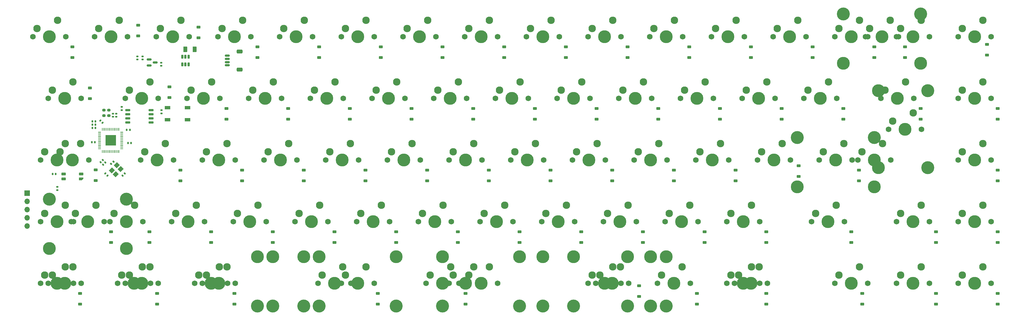
<source format=gbr>
%TF.GenerationSoftware,KiCad,Pcbnew,7.0.2-0*%
%TF.CreationDate,2023-06-24T13:11:33+03:00*%
%TF.ProjectId,rp2040-bakeneko65,72703230-3430-42d6-9261-6b656e656b6f,1*%
%TF.SameCoordinates,Original*%
%TF.FileFunction,Soldermask,Bot*%
%TF.FilePolarity,Negative*%
%FSLAX46Y46*%
G04 Gerber Fmt 4.6, Leading zero omitted, Abs format (unit mm)*
G04 Created by KiCad (PCBNEW 7.0.2-0) date 2023-06-24 13:11:33*
%MOMM*%
%LPD*%
G01*
G04 APERTURE LIST*
G04 Aperture macros list*
%AMRoundRect*
0 Rectangle with rounded corners*
0 $1 Rounding radius*
0 $2 $3 $4 $5 $6 $7 $8 $9 X,Y pos of 4 corners*
0 Add a 4 corners polygon primitive as box body*
4,1,4,$2,$3,$4,$5,$6,$7,$8,$9,$2,$3,0*
0 Add four circle primitives for the rounded corners*
1,1,$1+$1,$2,$3*
1,1,$1+$1,$4,$5*
1,1,$1+$1,$6,$7*
1,1,$1+$1,$8,$9*
0 Add four rect primitives between the rounded corners*
20,1,$1+$1,$2,$3,$4,$5,0*
20,1,$1+$1,$4,$5,$6,$7,0*
20,1,$1+$1,$6,$7,$8,$9,0*
20,1,$1+$1,$8,$9,$2,$3,0*%
%AMRotRect*
0 Rectangle, with rotation*
0 The origin of the aperture is its center*
0 $1 length*
0 $2 width*
0 $3 Rotation angle, in degrees counterclockwise*
0 Add horizontal line*
21,1,$1,$2,0,0,$3*%
%AMFreePoly0*
4,1,18,-0.410000,0.593000,-0.403758,0.624380,-0.385983,0.650983,-0.359380,0.668758,-0.328000,0.675000,0.328000,0.675000,0.359380,0.668758,0.385983,0.650983,0.403758,0.624380,0.410000,0.593000,0.410000,-0.593000,0.403758,-0.624380,0.385983,-0.650983,0.359380,-0.668758,0.328000,-0.675000,0.000000,-0.675000,-0.410000,-0.265000,-0.410000,0.593000,-0.410000,0.593000,$1*%
G04 Aperture macros list end*
%ADD10C,1.750000*%
%ADD11C,3.987800*%
%ADD12C,2.300000*%
%ADD13C,4.000000*%
%ADD14R,1.700000X1.700000*%
%ADD15O,1.700000X1.700000*%
%ADD16RoundRect,0.140000X0.140000X0.170000X-0.140000X0.170000X-0.140000X-0.170000X0.140000X-0.170000X0*%
%ADD17RoundRect,0.225000X0.375000X-0.225000X0.375000X0.225000X-0.375000X0.225000X-0.375000X-0.225000X0*%
%ADD18RoundRect,0.140000X0.170000X-0.140000X0.170000X0.140000X-0.170000X0.140000X-0.170000X-0.140000X0*%
%ADD19RoundRect,0.140000X0.219203X0.021213X0.021213X0.219203X-0.219203X-0.021213X-0.021213X-0.219203X0*%
%ADD20RoundRect,0.200000X-0.275000X0.200000X-0.275000X-0.200000X0.275000X-0.200000X0.275000X0.200000X0*%
%ADD21RoundRect,0.082000X0.593000X-0.328000X0.593000X0.328000X-0.593000X0.328000X-0.593000X-0.328000X0*%
%ADD22FreePoly0,90.000000*%
%ADD23RoundRect,0.140000X-0.021213X0.219203X-0.219203X0.021213X0.021213X-0.219203X0.219203X-0.021213X0*%
%ADD24R,1.800000X1.100000*%
%ADD25RoundRect,0.140000X-0.140000X-0.170000X0.140000X-0.170000X0.140000X0.170000X-0.140000X0.170000X0*%
%ADD26RoundRect,0.050000X0.387500X0.050000X-0.387500X0.050000X-0.387500X-0.050000X0.387500X-0.050000X0*%
%ADD27RoundRect,0.050000X0.050000X0.387500X-0.050000X0.387500X-0.050000X-0.387500X0.050000X-0.387500X0*%
%ADD28R,3.200000X3.200000*%
%ADD29RotRect,1.400000X1.200000X45.000000*%
%ADD30RoundRect,0.135000X0.185000X-0.135000X0.185000X0.135000X-0.185000X0.135000X-0.185000X-0.135000X0*%
%ADD31RoundRect,0.140000X0.021213X-0.219203X0.219203X-0.021213X-0.021213X0.219203X-0.219203X0.021213X0*%
%ADD32RoundRect,0.150000X-0.587500X-0.150000X0.587500X-0.150000X0.587500X0.150000X-0.587500X0.150000X0*%
%ADD33RoundRect,0.150000X0.650000X0.150000X-0.650000X0.150000X-0.650000X-0.150000X0.650000X-0.150000X0*%
%ADD34RoundRect,0.140000X-0.170000X0.140000X-0.170000X-0.140000X0.170000X-0.140000X0.170000X0.140000X0*%
%ADD35RoundRect,0.150000X0.150000X-0.475000X0.150000X0.475000X-0.150000X0.475000X-0.150000X-0.475000X0*%
%ADD36RoundRect,0.150000X-0.625000X0.150000X-0.625000X-0.150000X0.625000X-0.150000X0.625000X0.150000X0*%
%ADD37RoundRect,0.250000X-0.650000X0.350000X-0.650000X-0.350000X0.650000X-0.350000X0.650000X0.350000X0*%
%ADD38RoundRect,0.135000X0.035355X-0.226274X0.226274X-0.035355X-0.035355X0.226274X-0.226274X0.035355X0*%
%ADD39RoundRect,0.250000X-0.375000X-0.625000X0.375000X-0.625000X0.375000X0.625000X-0.375000X0.625000X0*%
G04 APERTURE END LIST*
D10*
%TO.C,SW42*%
X211613750Y-130968750D03*
D11*
X216693750Y-130968750D03*
D10*
X221773750Y-130968750D03*
D12*
X212883750Y-128428750D03*
X219233750Y-125888750D03*
%TD*%
D10*
%TO.C,SW27*%
X244951250Y-111918750D03*
D11*
X250031250Y-111918750D03*
D10*
X255111250Y-111918750D03*
D12*
X246221250Y-109378750D03*
X252571250Y-106838750D03*
%TD*%
D10*
%TO.C,SW76*%
X197326250Y-169068750D03*
D11*
X202406250Y-169068750D03*
D10*
X207486250Y-169068750D03*
D12*
X198596250Y-166528750D03*
X204946250Y-163988750D03*
%TD*%
D10*
%TO.C,SW14*%
X311626250Y-92868750D03*
D11*
X316706250Y-92868750D03*
D10*
X321786250Y-92868750D03*
D12*
X312896250Y-90328750D03*
X319246250Y-87788750D03*
%TD*%
D10*
%TO.C,SW41*%
X192563750Y-130968750D03*
D11*
X197643750Y-130968750D03*
D10*
X202723750Y-130968750D03*
D12*
X193833750Y-128428750D03*
X200183750Y-125888750D03*
%TD*%
D10*
%TO.C,SW39*%
X154463750Y-130968750D03*
D11*
X159543750Y-130968750D03*
D10*
X164623750Y-130968750D03*
D12*
X155733750Y-128428750D03*
X162083750Y-125888750D03*
%TD*%
D10*
%TO.C,SW33*%
X349726250Y-111918750D03*
D11*
X354806250Y-111918750D03*
D10*
X359886250Y-111918750D03*
D12*
X350996250Y-109378750D03*
X357346250Y-106838750D03*
%TD*%
D10*
%TO.C,SW37*%
X116363750Y-130968750D03*
D11*
X121443750Y-130968750D03*
D10*
X126523750Y-130968750D03*
D12*
X117633750Y-128428750D03*
X123983750Y-125888750D03*
%TD*%
D10*
%TO.C,SW43*%
X230663750Y-130968750D03*
D11*
X235743750Y-130968750D03*
D10*
X240823750Y-130968750D03*
D12*
X231933750Y-128428750D03*
X238283750Y-125888750D03*
%TD*%
D10*
%TO.C,SW52*%
X87788750Y-150018750D03*
D11*
X92868750Y-150018750D03*
D10*
X97948750Y-150018750D03*
D12*
X89058750Y-147478750D03*
X95408750Y-144938750D03*
%TD*%
D10*
%TO.C,SW17*%
X330708000Y-92837000D03*
D11*
X335788000Y-92837000D03*
D10*
X340868000Y-92837000D03*
D12*
X331978000Y-90297000D03*
X338328000Y-87757000D03*
%TD*%
D10*
%TO.C,SW68*%
X90170000Y-169068750D03*
D11*
X95250000Y-169068750D03*
D10*
X100330000Y-169068750D03*
D12*
X91440000Y-166528750D03*
X97790000Y-163988750D03*
%TD*%
D10*
%TO.C,SW21*%
X130651250Y-111918750D03*
D11*
X135731250Y-111918750D03*
D10*
X140811250Y-111918750D03*
D12*
X131921250Y-109378750D03*
X138271250Y-106838750D03*
%TD*%
D10*
%TO.C,SW40*%
X173513750Y-130968750D03*
D11*
X178593750Y-130968750D03*
D10*
X183673750Y-130968750D03*
D12*
X174783750Y-128428750D03*
X181133750Y-125888750D03*
%TD*%
D13*
%TO.C,S73*%
X176212500Y-176053750D03*
D11*
X176212500Y-160813750D03*
D13*
X152400000Y-176053750D03*
D11*
X152400000Y-160813750D03*
%TD*%
D10*
%TO.C,SW75*%
X192563750Y-169068750D03*
D11*
X197643750Y-169068750D03*
D10*
X202723750Y-169068750D03*
D12*
X193833750Y-166528750D03*
X200183750Y-163988750D03*
%TD*%
D10*
%TO.C,SW45*%
X268763750Y-130968750D03*
D11*
X273843750Y-130968750D03*
D10*
X278923750Y-130968750D03*
D12*
X270033750Y-128428750D03*
X276383750Y-125888750D03*
%TD*%
D10*
%TO.C,SW7*%
X178276250Y-92868750D03*
D11*
X183356250Y-92868750D03*
D10*
X188436250Y-92868750D03*
D12*
X179546250Y-90328750D03*
X185896250Y-87788750D03*
%TD*%
D10*
%TO.C,SW77*%
X235426250Y-169068750D03*
D11*
X240506250Y-169068750D03*
D10*
X245586250Y-169068750D03*
D12*
X236696250Y-166528750D03*
X243046250Y-163988750D03*
%TD*%
D10*
%TO.C,SW53*%
X106838750Y-150018750D03*
D11*
X111918750Y-150018750D03*
D10*
X116998750Y-150018750D03*
D12*
X108108750Y-147478750D03*
X114458750Y-144938750D03*
%TD*%
D10*
%TO.C,SW56*%
X163988750Y-150018750D03*
D11*
X169068750Y-150018750D03*
D10*
X174148750Y-150018750D03*
D12*
X165258750Y-147478750D03*
X171608750Y-144938750D03*
%TD*%
D10*
%TO.C,SW4*%
X121126250Y-92868750D03*
D11*
X126206250Y-92868750D03*
D10*
X131286250Y-92868750D03*
D12*
X122396250Y-90328750D03*
X128746250Y-87788750D03*
%TD*%
D10*
%TO.C,SW1*%
X63976250Y-92868750D03*
D11*
X69056250Y-92868750D03*
D10*
X74136250Y-92868750D03*
D12*
X65246250Y-90328750D03*
X71596250Y-87788750D03*
%TD*%
D10*
%TO.C,SW80*%
X278288750Y-169068750D03*
D11*
X283368750Y-169068750D03*
D10*
X288448750Y-169068750D03*
D12*
X279558750Y-166528750D03*
X285908750Y-163988750D03*
%TD*%
D10*
%TO.C,SW34*%
X66357500Y-130968750D03*
D11*
X71437500Y-130968750D03*
D10*
X76517500Y-130968750D03*
D12*
X67627500Y-128428750D03*
X73977500Y-125888750D03*
%TD*%
D10*
%TO.C,SW59*%
X221138750Y-150018750D03*
D11*
X226218750Y-150018750D03*
D10*
X231298750Y-150018750D03*
D12*
X222408750Y-147478750D03*
X228758750Y-144938750D03*
%TD*%
D10*
%TO.C,SW9*%
X216376250Y-92868750D03*
D11*
X221456250Y-92868750D03*
D10*
X226536250Y-92868750D03*
D12*
X217646250Y-90328750D03*
X223996250Y-87788750D03*
%TD*%
D14*
%TO.C,J2*%
X62230000Y-141224000D03*
D15*
X62230000Y-143764000D03*
X62230000Y-146304000D03*
X62230000Y-148844000D03*
X62230000Y-151384000D03*
%TD*%
D10*
%TO.C,SW6*%
X159226250Y-92868750D03*
D11*
X164306250Y-92868750D03*
D10*
X169386250Y-92868750D03*
D12*
X160496250Y-90328750D03*
X166846250Y-87788750D03*
%TD*%
D10*
%TO.C,SW81*%
X280670000Y-169068750D03*
D11*
X285750000Y-169068750D03*
D10*
X290830000Y-169068750D03*
D12*
X281940000Y-166528750D03*
X288290000Y-163988750D03*
%TD*%
D13*
%TO.C,S77*%
X259556250Y-176053750D03*
D11*
X259556250Y-160813750D03*
D13*
X221456250Y-176053750D03*
D11*
X221456250Y-160813750D03*
%TD*%
D10*
%TO.C,SW38*%
X135413750Y-130968750D03*
D11*
X140493750Y-130968750D03*
D10*
X145573750Y-130968750D03*
D12*
X136683750Y-128428750D03*
X143033750Y-125888750D03*
%TD*%
D13*
%TO.C,S50*%
X69056250Y-143033750D03*
D11*
X69056250Y-158273750D03*
D13*
X92868750Y-143033750D03*
D11*
X92868750Y-158273750D03*
%TD*%
D10*
%TO.C,SW66*%
X66357500Y-169068750D03*
D11*
X71437500Y-169068750D03*
D10*
X76517500Y-169068750D03*
D12*
X67627500Y-166528750D03*
X73977500Y-163988750D03*
%TD*%
D10*
%TO.C,SW51*%
X75882500Y-150018750D03*
D11*
X80962500Y-150018750D03*
D10*
X86042500Y-150018750D03*
D12*
X77152500Y-147478750D03*
X83502500Y-144938750D03*
%TD*%
D10*
%TO.C,SW55*%
X144938750Y-150018750D03*
D11*
X150018750Y-150018750D03*
D10*
X155098750Y-150018750D03*
D12*
X146208750Y-147478750D03*
X152558750Y-144938750D03*
%TD*%
D10*
%TO.C,SW44*%
X249713750Y-130968750D03*
D11*
X254793750Y-130968750D03*
D10*
X259873750Y-130968750D03*
D12*
X250983750Y-128428750D03*
X257333750Y-125888750D03*
%TD*%
D10*
%TO.C,SW57*%
X183038750Y-150018750D03*
D11*
X188118750Y-150018750D03*
D10*
X193198750Y-150018750D03*
D12*
X184308750Y-147478750D03*
X190658750Y-144938750D03*
%TD*%
D10*
%TO.C,SW30*%
X302101250Y-111918750D03*
D11*
X307181250Y-111918750D03*
D10*
X312261250Y-111918750D03*
D12*
X303371250Y-109378750D03*
X309721250Y-106838750D03*
%TD*%
D10*
%TO.C,SW2*%
X83026250Y-92868750D03*
D11*
X88106250Y-92868750D03*
D10*
X93186250Y-92868750D03*
D12*
X84296250Y-90328750D03*
X90646250Y-87788750D03*
%TD*%
D13*
%TO.C,S78*%
X254793750Y-176053750D03*
D11*
X254793750Y-160813750D03*
D13*
X230981250Y-176053750D03*
D11*
X230981250Y-160813750D03*
%TD*%
D10*
%TO.C,SW84*%
X349726250Y-169068750D03*
D11*
X354806250Y-169068750D03*
D10*
X359886250Y-169068750D03*
D12*
X350996250Y-166528750D03*
X357346250Y-163988750D03*
%TD*%
D10*
%TO.C,SW20*%
X111601250Y-111918750D03*
D11*
X116681250Y-111918750D03*
D10*
X121761250Y-111918750D03*
D12*
X112871250Y-109378750D03*
X119221250Y-106838750D03*
%TD*%
D10*
%TO.C,SW35*%
X71120000Y-130968750D03*
D11*
X76200000Y-130968750D03*
D10*
X81280000Y-130968750D03*
D12*
X72390000Y-128428750D03*
X78740000Y-125888750D03*
%TD*%
D10*
%TO.C,SW18*%
X68738750Y-111918750D03*
D11*
X73818750Y-111918750D03*
D10*
X78898750Y-111918750D03*
D12*
X70008750Y-109378750D03*
X76358750Y-106838750D03*
%TD*%
D10*
%TO.C,SW49*%
X349726250Y-130968750D03*
D11*
X354806250Y-130968750D03*
D10*
X359886250Y-130968750D03*
D12*
X350996250Y-128428750D03*
X357346250Y-125888750D03*
%TD*%
D10*
%TO.C,SW54*%
X125888750Y-150018750D03*
D11*
X130968750Y-150018750D03*
D10*
X136048750Y-150018750D03*
D12*
X127158750Y-147478750D03*
X133508750Y-144938750D03*
%TD*%
D10*
%TO.C,SW73*%
X159226250Y-169068750D03*
D11*
X164306250Y-169068750D03*
D10*
X169386250Y-169068750D03*
D12*
X160496250Y-166528750D03*
X166846250Y-163988750D03*
%TD*%
D10*
%TO.C,SW22*%
X149701250Y-111918750D03*
D11*
X154781250Y-111918750D03*
D10*
X159861250Y-111918750D03*
D12*
X150971250Y-109378750D03*
X157321250Y-106838750D03*
%TD*%
D10*
%TO.C,SW12*%
X273526250Y-92868750D03*
D11*
X278606250Y-92868750D03*
D10*
X283686250Y-92868750D03*
D12*
X274796250Y-90328750D03*
X281146250Y-87788750D03*
%TD*%
D10*
%TO.C,SW62*%
X278288750Y-150018750D03*
D11*
X283368750Y-150018750D03*
D10*
X288448750Y-150018750D03*
D12*
X279558750Y-147478750D03*
X285908750Y-144938750D03*
%TD*%
D10*
%TO.C,SW8*%
X197326250Y-92868750D03*
D11*
X202406250Y-92868750D03*
D10*
X207486250Y-92868750D03*
D12*
X198596250Y-90328750D03*
X204946250Y-87788750D03*
%TD*%
D10*
%TO.C,SW83*%
X330676250Y-169068750D03*
D11*
X335756250Y-169068750D03*
D10*
X340836250Y-169068750D03*
D12*
X331946250Y-166528750D03*
X338296250Y-163988750D03*
%TD*%
D13*
%TO.C,S32*%
X340360000Y-133350000D03*
X340360000Y-109537500D03*
D11*
X325120000Y-133350000D03*
X325120000Y-109537500D03*
%TD*%
D10*
%TO.C,SW46*%
X287813750Y-130968750D03*
D11*
X292893750Y-130968750D03*
D10*
X297973750Y-130968750D03*
D12*
X289083750Y-128428750D03*
X295433750Y-125888750D03*
%TD*%
D10*
%TO.C,SW48*%
X318770000Y-130968750D03*
D11*
X323850000Y-130968750D03*
D10*
X328930000Y-130968750D03*
D12*
X320040000Y-128428750D03*
X326390000Y-125888750D03*
%TD*%
D10*
%TO.C,SW67*%
X68738750Y-169068750D03*
D11*
X73818750Y-169068750D03*
D10*
X78898750Y-169068750D03*
D12*
X70008750Y-166528750D03*
X76358750Y-163988750D03*
%TD*%
D10*
%TO.C,SW61*%
X259238750Y-150018750D03*
D11*
X264318750Y-150018750D03*
D10*
X269398750Y-150018750D03*
D12*
X260508750Y-147478750D03*
X266858750Y-144938750D03*
%TD*%
D10*
%TO.C,SW82*%
X311626250Y-169068750D03*
D11*
X316706250Y-169068750D03*
D10*
X321786250Y-169068750D03*
D12*
X312896250Y-166528750D03*
X319246250Y-163988750D03*
%TD*%
D10*
%TO.C,SW26*%
X225901250Y-111918750D03*
D11*
X230981250Y-111918750D03*
D10*
X236061250Y-111918750D03*
D12*
X227171250Y-109378750D03*
X233521250Y-106838750D03*
%TD*%
D13*
%TO.C,S75*%
X247650000Y-176053750D03*
D11*
X247650000Y-160813750D03*
D13*
X147637500Y-176053750D03*
D11*
X147637500Y-160813750D03*
%TD*%
D10*
%TO.C,SW79*%
X256857500Y-169068750D03*
D11*
X261937500Y-169068750D03*
D10*
X267017500Y-169068750D03*
D12*
X258127500Y-166528750D03*
X264477500Y-163988750D03*
%TD*%
D10*
%TO.C,SW47*%
X306863750Y-130968750D03*
D11*
X311943750Y-130968750D03*
D10*
X317023750Y-130968750D03*
D12*
X308133750Y-128428750D03*
X314483750Y-125888750D03*
%TD*%
D10*
%TO.C,SW32*%
X328295000Y-121443750D03*
D11*
X333375000Y-121443750D03*
D10*
X338455000Y-121443750D03*
D12*
X329565000Y-118903750D03*
X335915000Y-116363750D03*
%TD*%
D13*
%TO.C,S74*%
X247650000Y-176053750D03*
D11*
X247650000Y-160813750D03*
D13*
X133350000Y-176053750D03*
D11*
X133350000Y-160813750D03*
%TD*%
D13*
%TO.C,S47*%
X300037500Y-123983750D03*
D11*
X300037500Y-139223750D03*
D13*
X323850000Y-123983750D03*
D11*
X323850000Y-139223750D03*
%TD*%
D10*
%TO.C,SW10*%
X235426250Y-92868750D03*
D11*
X240506250Y-92868750D03*
D10*
X245586250Y-92868750D03*
D12*
X236696250Y-90328750D03*
X243046250Y-87788750D03*
%TD*%
D10*
%TO.C,SW31*%
X325913750Y-111918750D03*
D11*
X330993750Y-111918750D03*
D10*
X336073750Y-111918750D03*
D12*
X327183750Y-109378750D03*
X333533750Y-106838750D03*
%TD*%
D10*
%TO.C,SW11*%
X254476250Y-92868750D03*
D11*
X259556250Y-92868750D03*
D10*
X264636250Y-92868750D03*
D12*
X255746250Y-90328750D03*
X262096250Y-87788750D03*
%TD*%
D10*
%TO.C,SW70*%
X113982500Y-169068750D03*
D11*
X119062500Y-169068750D03*
D10*
X124142500Y-169068750D03*
D12*
X115252500Y-166528750D03*
X121602500Y-163988750D03*
%TD*%
D10*
%TO.C,SW5*%
X140176250Y-92868750D03*
D11*
X145256250Y-92868750D03*
D10*
X150336250Y-92868750D03*
D12*
X141446250Y-90328750D03*
X147796250Y-87788750D03*
%TD*%
D10*
%TO.C,SW78*%
X237807500Y-169068750D03*
D11*
X242887500Y-169068750D03*
D10*
X247967500Y-169068750D03*
D12*
X239077500Y-166528750D03*
X245427500Y-163988750D03*
%TD*%
D10*
%TO.C,SW16*%
X349758000Y-92837000D03*
D11*
X354838000Y-92837000D03*
D10*
X359918000Y-92837000D03*
D12*
X351028000Y-90297000D03*
X357378000Y-87757000D03*
%TD*%
D10*
%TO.C,SW13*%
X292576250Y-92868750D03*
D11*
X297656250Y-92868750D03*
D10*
X302736250Y-92868750D03*
D12*
X293846250Y-90328750D03*
X300196250Y-87788750D03*
%TD*%
D10*
%TO.C,SW3*%
X102076250Y-92868750D03*
D11*
X107156250Y-92868750D03*
D10*
X112236250Y-92868750D03*
D12*
X103346250Y-90328750D03*
X109696250Y-87788750D03*
%TD*%
D10*
%TO.C,SW72*%
X152082500Y-169068750D03*
D11*
X157162500Y-169068750D03*
D10*
X162242500Y-169068750D03*
D12*
X153352500Y-166528750D03*
X159702500Y-163988750D03*
%TD*%
D10*
%TO.C,SW23*%
X168751250Y-111918750D03*
D11*
X173831250Y-111918750D03*
D10*
X178911250Y-111918750D03*
D12*
X170021250Y-109378750D03*
X176371250Y-106838750D03*
%TD*%
D10*
%TO.C,SW65*%
X349726250Y-150018750D03*
D11*
X354806250Y-150018750D03*
D10*
X359886250Y-150018750D03*
D12*
X350996250Y-147478750D03*
X357346250Y-144938750D03*
%TD*%
D10*
%TO.C,SW69*%
X92551250Y-169068750D03*
D11*
X97631250Y-169068750D03*
D10*
X102711250Y-169068750D03*
D12*
X93821250Y-166528750D03*
X100171250Y-163988750D03*
%TD*%
D10*
%TO.C,SW19*%
X92551250Y-111918750D03*
D11*
X97631250Y-111918750D03*
D10*
X102711250Y-111918750D03*
D12*
X93821250Y-109378750D03*
X100171250Y-106838750D03*
%TD*%
D10*
%TO.C,SW25*%
X206851250Y-111918750D03*
D11*
X211931250Y-111918750D03*
D10*
X217011250Y-111918750D03*
D12*
X208121250Y-109378750D03*
X214471250Y-106838750D03*
%TD*%
D10*
%TO.C,SW74*%
X185420000Y-169068750D03*
D11*
X190500000Y-169068750D03*
D10*
X195580000Y-169068750D03*
D12*
X186690000Y-166528750D03*
X193040000Y-163988750D03*
%TD*%
D10*
%TO.C,SW71*%
X116363750Y-169068750D03*
D11*
X121443750Y-169068750D03*
D10*
X126523750Y-169068750D03*
D12*
X117633750Y-166528750D03*
X123983750Y-163988750D03*
%TD*%
D10*
%TO.C,SW24*%
X187801250Y-111918750D03*
D11*
X192881250Y-111918750D03*
D10*
X197961250Y-111918750D03*
D12*
X189071250Y-109378750D03*
X195421250Y-106838750D03*
%TD*%
D10*
%TO.C,SW60*%
X240188750Y-150018750D03*
D11*
X245268750Y-150018750D03*
D10*
X250348750Y-150018750D03*
D12*
X241458750Y-147478750D03*
X247808750Y-144938750D03*
%TD*%
D13*
%TO.C,S76*%
X214312500Y-176053750D03*
D11*
X214312500Y-160813750D03*
D13*
X190500000Y-176053750D03*
D11*
X190500000Y-160813750D03*
%TD*%
D10*
%TO.C,SW63*%
X304482500Y-150018750D03*
D11*
X309562500Y-150018750D03*
D10*
X314642500Y-150018750D03*
D12*
X305752500Y-147478750D03*
X312102500Y-144938750D03*
%TD*%
D10*
%TO.C,SW50*%
X66357500Y-150018750D03*
D11*
X71437500Y-150018750D03*
D10*
X76517500Y-150018750D03*
D12*
X67627500Y-147478750D03*
X73977500Y-144938750D03*
%TD*%
D10*
%TO.C,SW58*%
X202088750Y-150018750D03*
D11*
X207168750Y-150018750D03*
D10*
X212248750Y-150018750D03*
D12*
X203358750Y-147478750D03*
X209708750Y-144938750D03*
%TD*%
D13*
%TO.C,S72*%
X176212500Y-176053750D03*
D11*
X176212500Y-160813750D03*
D13*
X138112500Y-176053750D03*
D11*
X138112500Y-160813750D03*
%TD*%
D10*
%TO.C,SW36*%
X97313750Y-130968750D03*
D11*
X102393750Y-130968750D03*
D10*
X107473750Y-130968750D03*
D12*
X98583750Y-128428750D03*
X104933750Y-125888750D03*
%TD*%
D10*
%TO.C,SW28*%
X264001250Y-111918750D03*
D11*
X269081250Y-111918750D03*
D10*
X274161250Y-111918750D03*
D12*
X265271250Y-109378750D03*
X271621250Y-106838750D03*
%TD*%
D10*
%TO.C,SW64*%
X330676250Y-150018750D03*
D11*
X335756250Y-150018750D03*
D10*
X340836250Y-150018750D03*
D12*
X331946250Y-147478750D03*
X338296250Y-144938750D03*
%TD*%
D13*
%TO.C,S17*%
X314325000Y-85852000D03*
D11*
X314325000Y-101092000D03*
D13*
X338137500Y-85852000D03*
D11*
X338137500Y-101092000D03*
%TD*%
D10*
%TO.C,SW15*%
X321151250Y-92868750D03*
D11*
X326231250Y-92868750D03*
D10*
X331311250Y-92868750D03*
D12*
X322421250Y-90328750D03*
X328771250Y-87788750D03*
%TD*%
D10*
%TO.C,SW29*%
X283051250Y-111918750D03*
D11*
X288131250Y-111918750D03*
D10*
X293211250Y-111918750D03*
D12*
X284321250Y-109378750D03*
X290671250Y-106838750D03*
%TD*%
D16*
%TO.C,C15*%
X83309194Y-121074731D03*
X82349194Y-121074731D03*
%TD*%
D17*
%TO.C,D29*%
X295275000Y-118331250D03*
X295275000Y-115031250D03*
%TD*%
%TO.C,D56*%
X176212500Y-156431250D03*
X176212500Y-153131250D03*
%TD*%
%TO.C,D40*%
X185737500Y-137381250D03*
X185737500Y-134081250D03*
%TD*%
%TO.C,D14*%
X323850000Y-99281250D03*
X323850000Y-95981250D03*
%TD*%
%TO.C,D39*%
X166687500Y-137381250D03*
X166687500Y-134081250D03*
%TD*%
%TO.C,D49*%
X361950000Y-137381250D03*
X361950000Y-134081250D03*
%TD*%
%TO.C,D43*%
X242887500Y-137381250D03*
X242887500Y-134081250D03*
%TD*%
D16*
%TO.C,C14*%
X83309194Y-120058731D03*
X82349194Y-120058731D03*
%TD*%
D17*
%TO.C,D84*%
X361950000Y-175481250D03*
X361950000Y-172181250D03*
%TD*%
D18*
%TO.C,C5*%
X96266000Y-99893000D03*
X96266000Y-98933000D03*
%TD*%
D17*
%TO.C,D52*%
X100012500Y-156431250D03*
X100012500Y-153131250D03*
%TD*%
%TO.C,D77*%
X251206000Y-173099000D03*
X251206000Y-169799000D03*
%TD*%
%TO.C,D1*%
X76200000Y-99281250D03*
X76200000Y-95981250D03*
%TD*%
D19*
%TO.C,C6*%
X85556411Y-119423822D03*
X84877589Y-118745000D03*
%TD*%
D18*
%TO.C,C1*%
X91440000Y-115514000D03*
X91440000Y-114554000D03*
%TD*%
D17*
%TO.C,D70*%
X126238000Y-175514000D03*
X126238000Y-172214000D03*
%TD*%
D20*
%TO.C,R2*%
X85979000Y-115570000D03*
X85979000Y-117220000D03*
%TD*%
D21*
%TO.C,LED1*%
X73475000Y-135298750D03*
X73475000Y-136798750D03*
X78925000Y-135298750D03*
D22*
X78925000Y-136798750D03*
%TD*%
D16*
%TO.C,C16*%
X83157000Y-125476000D03*
X82197000Y-125476000D03*
%TD*%
D17*
%TO.C,D24*%
X200025000Y-118331250D03*
X200025000Y-115031250D03*
%TD*%
%TO.C,D68*%
X102393750Y-175481250D03*
X102393750Y-172181250D03*
%TD*%
D18*
%TO.C,C8*%
X89789000Y-117574000D03*
X89789000Y-116614000D03*
%TD*%
D17*
%TO.C,D72*%
X170561000Y-175513000D03*
X170561000Y-172213000D03*
%TD*%
%TO.C,D33*%
X361950000Y-118331250D03*
X361950000Y-115031250D03*
%TD*%
%TO.C,D18*%
X81661000Y-112013000D03*
X81661000Y-108713000D03*
%TD*%
%TO.C,D38*%
X147637500Y-137381250D03*
X147637500Y-134081250D03*
%TD*%
D23*
%TO.C,C11*%
X86385194Y-131742731D03*
X85706372Y-132421553D03*
%TD*%
D17*
%TO.C,D35*%
X83439000Y-137285000D03*
X83439000Y-133985000D03*
%TD*%
%TO.C,D51*%
X88106250Y-156431250D03*
X88106250Y-153131250D03*
%TD*%
%TO.C,D37*%
X128587500Y-137381250D03*
X128587500Y-134081250D03*
%TD*%
%TO.C,D30*%
X314325000Y-118331250D03*
X314325000Y-115031250D03*
%TD*%
%TO.C,D46*%
X300482000Y-136016000D03*
X300482000Y-132716000D03*
%TD*%
%TO.C,D7*%
X190500000Y-99281250D03*
X190500000Y-95981250D03*
%TD*%
D24*
%TO.C,SW85*%
X111747000Y-114808000D03*
X105547000Y-114808000D03*
X111747000Y-118508000D03*
X105547000Y-118508000D03*
%TD*%
D17*
%TO.C,D58*%
X214312500Y-156431250D03*
X214312500Y-153131250D03*
%TD*%
%TO.C,D82*%
X320167000Y-175481250D03*
X320167000Y-172181250D03*
%TD*%
%TO.C,D27*%
X257175000Y-118331250D03*
X257175000Y-115031250D03*
%TD*%
D25*
%TO.C,C12*%
X92992000Y-121666000D03*
X93952000Y-121666000D03*
%TD*%
D17*
%TO.C,D80*%
X290512500Y-175481250D03*
X290512500Y-172181250D03*
%TD*%
%TO.C,D5*%
X152400000Y-99281250D03*
X152400000Y-95981250D03*
%TD*%
%TO.C,D64*%
X342900000Y-156431250D03*
X342900000Y-153131250D03*
%TD*%
%TO.C,D61*%
X271462500Y-156431250D03*
X271462500Y-153131250D03*
%TD*%
D26*
%TO.C,U1*%
X91468006Y-122287732D03*
X91468006Y-122687732D03*
X91468006Y-123087732D03*
X91468006Y-123487732D03*
X91468006Y-123887732D03*
X91468006Y-124287732D03*
X91468006Y-124687732D03*
X91468006Y-125087732D03*
X91468006Y-125487732D03*
X91468006Y-125887732D03*
X91468006Y-126287732D03*
X91468006Y-126687732D03*
X91468006Y-127087732D03*
X91468006Y-127487732D03*
D27*
X90630506Y-128325232D03*
X90230506Y-128325232D03*
X89830506Y-128325232D03*
X89430506Y-128325232D03*
X89030506Y-128325232D03*
X88630506Y-128325232D03*
X88230506Y-128325232D03*
X87830506Y-128325232D03*
X87430506Y-128325232D03*
X87030506Y-128325232D03*
X86630506Y-128325232D03*
X86230506Y-128325232D03*
X85830506Y-128325232D03*
X85430506Y-128325232D03*
D26*
X84593006Y-127487732D03*
X84593006Y-127087732D03*
X84593006Y-126687732D03*
X84593006Y-126287732D03*
X84593006Y-125887732D03*
X84593006Y-125487732D03*
X84593006Y-125087732D03*
X84593006Y-124687732D03*
X84593006Y-124287732D03*
X84593006Y-123887732D03*
X84593006Y-123487732D03*
X84593006Y-123087732D03*
X84593006Y-122687732D03*
X84593006Y-122287732D03*
D27*
X85430506Y-121450232D03*
X85830506Y-121450232D03*
X86230506Y-121450232D03*
X86630506Y-121450232D03*
X87030506Y-121450232D03*
X87430506Y-121450232D03*
X87830506Y-121450232D03*
X88230506Y-121450232D03*
X88630506Y-121450232D03*
X89030506Y-121450232D03*
X89430506Y-121450232D03*
X89830506Y-121450232D03*
X90230506Y-121450232D03*
X90630506Y-121450232D03*
D28*
X88030506Y-124887732D03*
%TD*%
D17*
%TO.C,D11*%
X266700000Y-99281250D03*
X266700000Y-95981250D03*
%TD*%
D19*
%TO.C,C3*%
X87074559Y-135785337D03*
X86395737Y-135106515D03*
%TD*%
D17*
%TO.C,D54*%
X138112500Y-156431250D03*
X138112500Y-153131250D03*
%TD*%
%TO.C,D21*%
X142875000Y-118331250D03*
X142875000Y-115031250D03*
%TD*%
%TO.C,D15*%
X333375000Y-99281250D03*
X333375000Y-95981250D03*
%TD*%
D16*
%TO.C,C10*%
X83309194Y-119042731D03*
X82349194Y-119042731D03*
%TD*%
D17*
%TO.C,D65*%
X361950000Y-156431250D03*
X361950000Y-153131250D03*
%TD*%
D29*
%TO.C,Y1*%
X88360366Y-134143634D03*
X89916001Y-132587999D03*
X91118082Y-133790080D03*
X89562447Y-135345715D03*
%TD*%
D17*
%TO.C,D62*%
X290512500Y-156431250D03*
X290512500Y-153131250D03*
%TD*%
%TO.C,D2*%
X96520000Y-92582000D03*
X96520000Y-89282000D03*
%TD*%
%TO.C,D22*%
X161925000Y-118331250D03*
X161925000Y-115031250D03*
%TD*%
%TO.C,D28*%
X276225000Y-118331250D03*
X276225000Y-115031250D03*
%TD*%
D30*
%TO.C,R5*%
X71577200Y-140260800D03*
X71577200Y-139240800D03*
%TD*%
D23*
%TO.C,C7*%
X85623194Y-130980731D03*
X84944372Y-131659553D03*
%TD*%
D17*
%TO.C,D59*%
X233362500Y-156431250D03*
X233362500Y-153131250D03*
%TD*%
%TO.C,D8*%
X209550000Y-99281250D03*
X209550000Y-95981250D03*
%TD*%
%TO.C,D25*%
X219075000Y-118331250D03*
X219075000Y-115031250D03*
%TD*%
%TO.C,D4*%
X133350000Y-99281250D03*
X133350000Y-95981250D03*
%TD*%
%TO.C,D41*%
X204787500Y-137381250D03*
X204787500Y-134081250D03*
%TD*%
%TO.C,D74*%
X197643750Y-175481250D03*
X197643750Y-172181250D03*
%TD*%
%TO.C,D57*%
X195262500Y-156431250D03*
X195262500Y-153131250D03*
%TD*%
%TO.C,D26*%
X238125000Y-118331250D03*
X238125000Y-115031250D03*
%TD*%
%TO.C,D55*%
X157162500Y-156431250D03*
X157162500Y-153131250D03*
%TD*%
%TO.C,D44*%
X261937500Y-137381250D03*
X261937500Y-134081250D03*
%TD*%
%TO.C,D16*%
X358648000Y-98551000D03*
X358648000Y-95251000D03*
%TD*%
D31*
%TO.C,C2*%
X91729737Y-135785337D03*
X92408559Y-135106515D03*
%TD*%
D32*
%TO.C,U3*%
X99900500Y-101788000D03*
X99900500Y-99888000D03*
X101775500Y-100838000D03*
%TD*%
D17*
%TO.C,D19*%
X106172000Y-111632000D03*
X106172000Y-108332000D03*
%TD*%
%TO.C,D36*%
X109537500Y-137381250D03*
X109537500Y-134081250D03*
%TD*%
D25*
%TO.C,C17*%
X93373000Y-125730000D03*
X94333000Y-125730000D03*
%TD*%
D20*
%TO.C,R1*%
X87503000Y-115570000D03*
X87503000Y-117220000D03*
%TD*%
D17*
%TO.C,D12*%
X285750000Y-99281250D03*
X285750000Y-95981250D03*
%TD*%
%TO.C,D10*%
X247650000Y-99281250D03*
X247650000Y-95981250D03*
%TD*%
D33*
%TO.C,U2*%
X100533200Y-115570000D03*
X100533200Y-116840000D03*
X100533200Y-118110000D03*
X100533200Y-119380000D03*
X93333200Y-119380000D03*
X93333200Y-118110000D03*
X93333200Y-116840000D03*
X93333200Y-115570000D03*
%TD*%
D17*
%TO.C,D9*%
X228600000Y-99281250D03*
X228600000Y-95981250D03*
%TD*%
D34*
%TO.C,C4*%
X103632000Y-100866000D03*
X103632000Y-101826000D03*
%TD*%
D35*
%TO.C,U4*%
X112075000Y-101378000D03*
X111125000Y-101378000D03*
X110175000Y-101378000D03*
X110175000Y-99028000D03*
X111125000Y-99028000D03*
X112075000Y-99028000D03*
%TD*%
D36*
%TO.C,J1*%
X124014000Y-98709000D03*
X124014000Y-99709000D03*
X124014000Y-100709000D03*
X124014000Y-101709000D03*
D37*
X127889000Y-97409000D03*
X127889000Y-103009000D03*
%TD*%
D18*
%TO.C,C9*%
X97917000Y-99893000D03*
X97917000Y-98933000D03*
%TD*%
D17*
%TO.C,D83*%
X342900000Y-175481250D03*
X342900000Y-172181250D03*
%TD*%
%TO.C,D20*%
X123825000Y-118331250D03*
X123825000Y-115031250D03*
%TD*%
D25*
%TO.C,C18*%
X70104000Y-135255000D03*
X71064000Y-135255000D03*
%TD*%
D17*
%TO.C,D31*%
X338137500Y-118331250D03*
X338137500Y-115031250D03*
%TD*%
%TO.C,D13*%
X304800000Y-99281250D03*
X304800000Y-95981250D03*
%TD*%
%TO.C,D63*%
X316706250Y-156431250D03*
X316706250Y-153131250D03*
%TD*%
%TO.C,D42*%
X223837500Y-137381250D03*
X223837500Y-134081250D03*
%TD*%
%TO.C,D45*%
X280987500Y-137381250D03*
X280987500Y-134081250D03*
%TD*%
%TO.C,D3*%
X115189000Y-93217000D03*
X115189000Y-89917000D03*
%TD*%
%TO.C,D53*%
X119062500Y-156431250D03*
X119062500Y-153131250D03*
%TD*%
%TO.C,D66*%
X78581250Y-175481250D03*
X78581250Y-172181250D03*
%TD*%
D30*
%TO.C,R3*%
X103759000Y-116588000D03*
X103759000Y-115568000D03*
%TD*%
D38*
%TO.C,R4*%
X88178752Y-132166248D03*
X88900000Y-131445000D03*
%TD*%
D17*
%TO.C,D47*%
X319087500Y-137381250D03*
X319087500Y-134081250D03*
%TD*%
D18*
%TO.C,C13*%
X88773000Y-117574000D03*
X88773000Y-116614000D03*
%TD*%
D17*
%TO.C,D60*%
X252412500Y-156431250D03*
X252412500Y-153131250D03*
%TD*%
D39*
%TO.C,F1*%
X111122000Y-96774000D03*
X113922000Y-96774000D03*
%TD*%
D17*
%TO.C,D23*%
X180975000Y-118331250D03*
X180975000Y-115031250D03*
%TD*%
%TO.C,D6*%
X171450000Y-99281250D03*
X171450000Y-95981250D03*
%TD*%
%TO.C,D79*%
X269081250Y-175481250D03*
X269081250Y-172181250D03*
%TD*%
M02*

</source>
